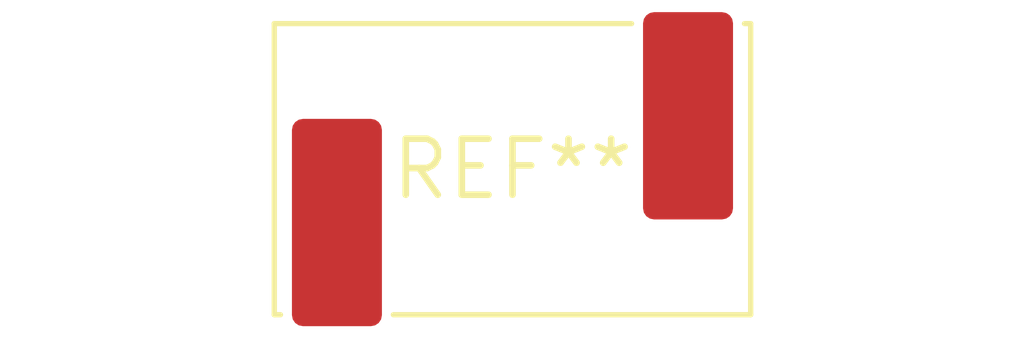
<source format=kicad_pcb>
(kicad_pcb (version 20240108) (generator pcbnew)
  (layers (0 "F.Cu" signal) (31 "B.Cu" signal) (34 "B.Paste" user) (35 "F.Paste" user) (36 "B.SilkS" user "B.Silkscreen") (37 "F.SilkS" user "F.Silkscreen") (38 "B.Mask" user) (39 "F.Mask" user) (44 "Edge.Cuts" user))
  (net 0 "")
  (footprint "L_Wurth_WE-CAIR-5910" (layer "F.Cu") (at 0 0)
    (property "Reference" "REF**")
    (property "Value" "L_Wurth_WE-CAIR-5910")
    (fp_line (start -5.4 -3.3) (end -5.4 3.3) (layer "F.SilkS") (stroke (width 0.12)))
    (fp_line (start -5.4 3.3) (end -5.26 3.3) (layer "F.SilkS") (stroke (width 0.12)))
    (fp_line (start -2.7 3.3) (end 5.4 3.3) (layer "F.SilkS") (stroke (width 0.12)))
    (fp_line (start 2.7 -3.3) (end -5.4 -3.3) (layer "F.SilkS") (stroke (width 0.12)))
    (fp_line (start 5.4 -3.3) (end 5.26 -3.3) (layer "F.SilkS") (stroke (width 0.12)))
    (fp_line (start 5.4 3.3) (end 5.4 -3.3) (layer "F.SilkS") (stroke (width 0.12)))
    (pad "1" smd roundrect (at -3.98 1.21 180) (size 2.04 4.7) (layers "F.Cu" "F.Paste" "F.Mask") (roundrect_rratio 0.1225490196))
    (pad "2" smd roundrect (at 3.98 -1.21 180) (size 2.04 4.7) (layers "F.Cu" "F.Paste" "F.Mask") (roundrect_rratio 0.1225490196))
  )
)
</source>
